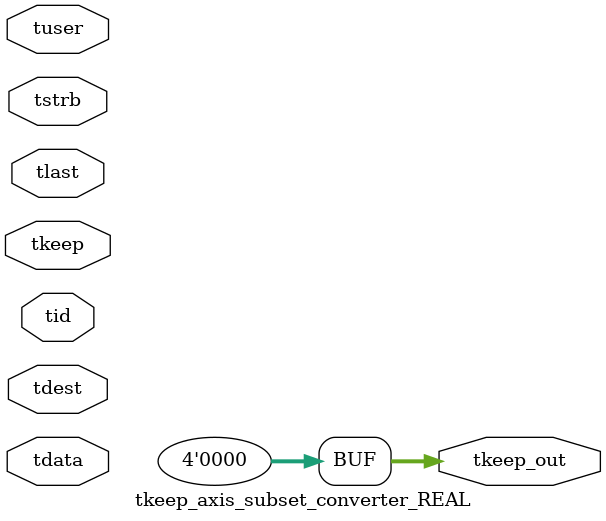
<source format=v>


`timescale 1ps/1ps

module tkeep_axis_subset_converter_REAL #
(
parameter C_S_AXIS_TDATA_WIDTH = 32,
parameter C_S_AXIS_TUSER_WIDTH = 0,
parameter C_S_AXIS_TID_WIDTH   = 0,
parameter C_S_AXIS_TDEST_WIDTH = 0,
parameter C_M_AXIS_TDATA_WIDTH = 32
)
(
input  [(C_S_AXIS_TDATA_WIDTH == 0 ? 1 : C_S_AXIS_TDATA_WIDTH)-1:0     ] tdata,
input  [(C_S_AXIS_TUSER_WIDTH == 0 ? 1 : C_S_AXIS_TUSER_WIDTH)-1:0     ] tuser,
input  [(C_S_AXIS_TID_WIDTH   == 0 ? 1 : C_S_AXIS_TID_WIDTH)-1:0       ] tid,
input  [(C_S_AXIS_TDEST_WIDTH == 0 ? 1 : C_S_AXIS_TDEST_WIDTH)-1:0     ] tdest,
input  [(C_S_AXIS_TDATA_WIDTH/8)-1:0 ] tkeep,
input  [(C_S_AXIS_TDATA_WIDTH/8)-1:0 ] tstrb,
input                                                                    tlast,
output [(C_M_AXIS_TDATA_WIDTH/8)-1:0 ] tkeep_out
);

assign tkeep_out = {1'b0};

endmodule


</source>
